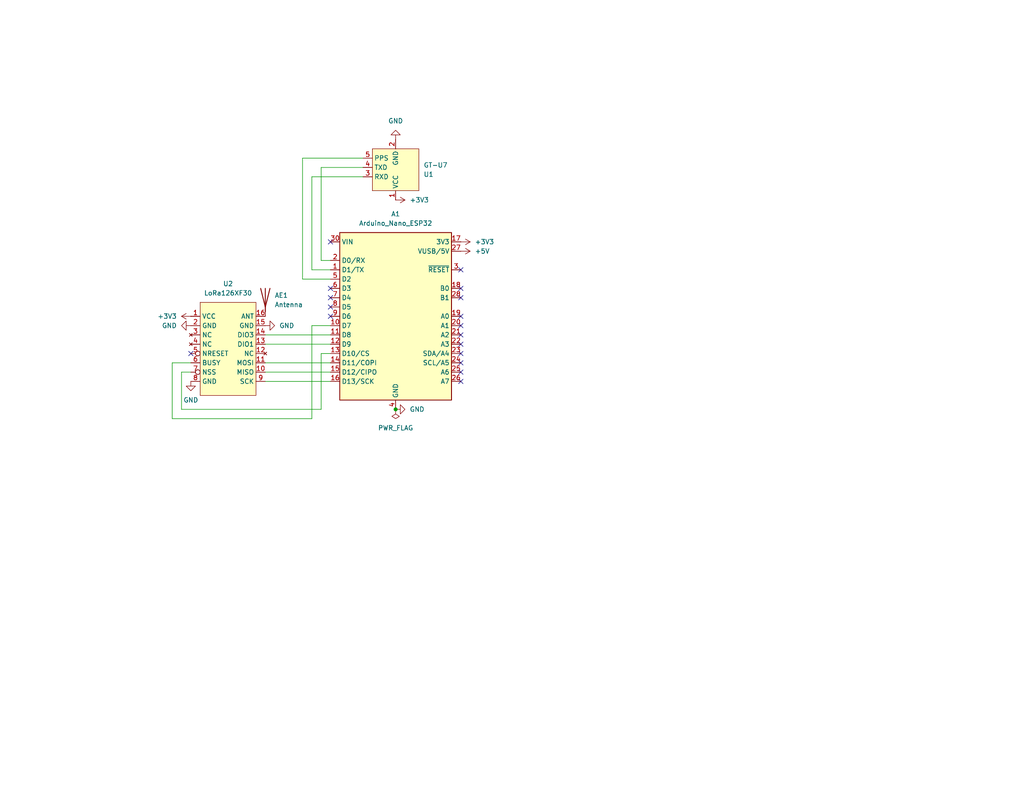
<source format=kicad_sch>
(kicad_sch (version 20231120) (generator "eeschema") (generator_version "8.0")
  (paper "USLetter")
  (title_block (title "Nano ESP32, NiceRF SX1262, GPS") (company "Sprocket Systems"))
  (lib_symbols
    (symbol "Device:Antenna" (pin_numbers hide) (pin_names (offset 1.016) hide)
      (property "Reference" "AE" (at -1.905 1.905 0))
      (property "Value" "Antenna" (at -1.905 0 0))
      (symbol "Antenna_0_1"
        (polyline (pts (xy 0 2.54) (xy 0 -3.81)) (stroke (width 0.254)))
        (polyline (pts (xy 1.27 2.54) (xy 0 -2.54) (xy -1.27 2.54)) (stroke (width 0.254)))
      )
      (symbol "Antenna_1_1"
        (pin input line (at 0 -5.08 90) (length 2.54) (name "A") (number "1"))
      )
    )
    (symbol "MCU_Module:Arduino_Nano_ESP32"
      (property "Reference" "A" (at -14.986 23.622 0))
      (property "Value" "Arduino_Nano_ESP32" (at 3.81 -25.654 0))
      (symbol "Arduino_Nano_ESP32_0_1"
        (rectangle (start -15.24 22.86) (end 15.24 -22.86) (stroke (width 0.254)) (fill (type background)))
      )
      (symbol "Arduino_Nano_ESP32_1_1"
        (pin bidirectional line (at -17.78 12.7 0) (length 2.54) (name "D1/TX") (number "1"))
        (pin bidirectional line (at -17.78 -2.54 0) (length 2.54) (name "D7") (number "10"))
        (pin bidirectional line (at -17.78 -5.08 0) (length 2.54) (name "D8") (number "11"))
        (pin bidirectional line (at -17.78 -7.62 0) (length 2.54) (name "D9") (number "12"))
        (pin bidirectional line (at -17.78 -10.16 0) (length 2.54) (name "D10/CS") (number "13"))
        (pin bidirectional line (at -17.78 -12.7 0) (length 2.54) (name "D11/COPI") (number "14"))
        (pin bidirectional line (at -17.78 -15.24 0) (length 2.54) (name "D12/CIPO") (number "15"))
        (pin bidirectional line (at -17.78 -17.78 0) (length 2.54) (name "D13/SCK") (number "16"))
        (pin power_out line (at 17.78 20.32 180) (length 2.54) (name "3V3") (number "17"))
        (pin bidirectional line (at 17.78 7.62 180) (length 2.54) (name "B0") (number "18"))
        (pin bidirectional line (at 17.78 0 180) (length 2.54) (name "A0") (number "19"))
        (pin bidirectional line (at -17.78 15.24 0) (length 2.54) (name "D0/RX") (number "2"))
        (pin bidirectional line (at 17.78 -2.54 180) (length 2.54) (name "A1") (number "20"))
        (pin bidirectional line (at 17.78 -5.08 180) (length 2.54) (name "A2") (number "21"))
        (pin bidirectional line (at 17.78 -7.62 180) (length 2.54) (name "A3") (number "22"))
        (pin bidirectional line (at 17.78 -10.16 180) (length 2.54) (name "SDA/A4") (number "23"))
        (pin bidirectional line (at 17.78 -12.7 180) (length 2.54) (name "SCL/A5") (number "24"))
        (pin bidirectional line (at 17.78 -15.24 180) (length 2.54) (name "A6") (number "25"))
        (pin bidirectional line (at 17.78 -17.78 180) (length 2.54) (name "A7") (number "26"))
        (pin power_out line (at 17.78 17.78 180) (length 2.54) (name "VUSB/5V") (number "27"))
        (pin bidirectional line (at 17.78 5.08 180) (length 2.54) (name "B1") (number "28"))
        (pin passive line (at 0 -25.4 90) (length 2.54) hide (name "GND") (number "29"))
        (pin input line (at 17.78 12.7 180) (length 2.54) (name "~{RESET}") (number "3"))
        (pin power_in line (at -17.78 20.32 0) (length 2.54) (name "VIN") (number "30"))
        (pin power_in line (at 0 -25.4 90) (length 2.54) (name "GND") (number "4"))
        (pin bidirectional line (at -17.78 10.16 0) (length 2.54) (name "D2") (number "5"))
        (pin bidirectional line (at -17.78 7.62 0) (length 2.54) (name "D3") (number "6"))
        (pin bidirectional line (at -17.78 5.08 0) (length 2.54) (name "D4") (number "7"))
        (pin bidirectional line (at -17.78 2.54 0) (length 2.54) (name "D5") (number "8"))
        (pin bidirectional line (at -17.78 0 0) (length 2.54) (name "D6") (number "9"))
      )
    )
    (symbol "Visor:GT-U7_GPS_Module"
      (property "Reference" "U" (at -5.588 -2.794 0))
      (property "Value" "GT-U7" (at 3.302 -2.794 0))
      (symbol "GT-U7_GPS_Module_1_1"
        (rectangle (start -6.35 -3.81) (end 6.35 -15.24) (fill (type background)))
        (pin power_in line (at 0 -1.27 270) (length 2.54) (name "VCC") (number "1"))
        (pin power_in line (at 0 -17.78 90) (length 2.54) (name "GND") (number "2"))
        (pin input line (at -8.89 -7.62 0) (length 2.54) (name "RXD") (number "3"))
        (pin output line (at -8.89 -10.16 0) (length 2.54) (name "TXD") (number "4"))
        (pin output line (at -8.89 -12.7 0) (length 2.54) (name "PPS") (number "5"))
      )
    )
    (symbol "Visor:LoRa126XF30"
      (property "Reference" "U" (at 0.254 27.178 0))
      (property "Value" "LoRa126XF30" (at 7.62 -1.524 0))
      (symbol "LoRa126XF30_1_1"
        (rectangle (start 0 25.4) (end 15.24 0) (fill (type background)))
        (pin power_in line (at -2.54 21.59 0) (length 2.54) (name "VCC") (number "1"))
        (pin output line (at 17.78 6.35 180) (length 2.54) (name "MISO") (number "10"))
        (pin input line (at 17.78 8.89 180) (length 2.54) (name "MOSI") (number "11"))
        (pin no_connect line (at 17.78 11.43 180) (length 2.54) (name "NC") (number "12"))
        (pin output line (at 17.78 13.97 180) (length 2.54) (name "DIO1") (number "13"))
        (pin output line (at 17.78 16.51 180) (length 2.54) (name "DIO3") (number "14"))
        (pin power_in line (at 17.78 19.05 180) (length 2.54) (name "GND") (number "15"))
        (pin passive line (at 17.78 21.59 180) (length 2.54) (name "ANT") (number "16"))
        (pin power_in line (at -2.54 19.05 0) (length 2.54) (name "GND") (number "2"))
        (pin no_connect line (at -2.54 16.51 0) (length 2.54) (name "NC") (number "3"))
        (pin no_connect line (at -2.54 13.97 0) (length 2.54) (name "NC") (number "4"))
        (pin input inverted (at -2.54 11.43 0) (length 2.54) (name "NRESET") (number "5"))
        (pin output line (at -2.54 8.89 0) (length 2.54) (name "BUSY") (number "6"))
        (pin input inverted (at -2.54 6.35 0) (length 2.54) (name "NSS") (number "7"))
        (pin power_in line (at -2.54 3.81 0) (length 2.54) (name "GND") (number "8"))
        (pin input line (at 17.78 3.81 180) (length 2.54) (name "SCK") (number "9"))
      )
    )
    (symbol "power:+3V3" (power) (pin_numbers hide) (pin_names (offset 0) hide)
      (property "Value" "+3V3" (at 0 3.556 0))
      (symbol "+3V3_0_1"
        (polyline (pts (xy -0.762 1.27) (xy 0 2.54)))
        (polyline (pts (xy 0 0) (xy 0 2.54)))
        (polyline (pts (xy 0 2.54) (xy 0.762 1.27)))
      )
      (symbol "+3V3_1_1"
        (pin power_in line (at 0 0 90) (length 0) (name "~") (number "1"))
      )
    )
    (symbol "power:+5V" (power) (pin_numbers hide) (pin_names (offset 0) hide)
      (property "Value" "+5V" (at 0 3.556 0))
      (symbol "+5V_0_1"
        (polyline (pts (xy -0.762 1.27) (xy 0 2.54)))
        (polyline (pts (xy 0 0) (xy 0 2.54)))
        (polyline (pts (xy 0 2.54) (xy 0.762 1.27)))
      )
      (symbol "+5V_1_1"
        (pin power_in line (at 0 0 90) (length 0) (name "~") (number "1"))
      )
    )
    (symbol "power:GND" (power) (pin_numbers hide) (pin_names (offset 0) hide)
      (property "Value" "GND" (at 0 -3.81 0))
      (symbol "GND_0_1"
        (polyline (pts (xy 0 0) (xy 0 -1.27) (xy 1.27 -1.27) (xy 0 -2.54) (xy -1.27 -1.27) (xy 0 -1.27)))
      )
      (symbol "GND_1_1"
        (pin power_in line (at 0 0 270) (length 0) (name "~") (number "1"))
      )
    )
    (symbol "power:PWR_FLAG" (power) (pin_numbers hide) (pin_names (offset 0) hide)
      (property "Value" "PWR_FLAG" (at 0 3.81 0))
      (symbol "PWR_FLAG_0_0"
        (pin power_out line (at 0 0 90) (length 0) (name "~") (number "1"))
      )
      (symbol "PWR_FLAG_0_1"
        (polyline (pts (xy 0 0) (xy 0 1.27) (xy -1.016 1.905) (xy 0 2.54) (xy 1.016 1.905) (xy 0 1.27)))
      )
    )
  )
  (junction (at 107.95 111.76))
  (no_connect (at 125.73 101.6))
  (no_connect (at 125.73 93.98))
  (no_connect (at 125.73 73.66))
  (no_connect (at 125.73 88.9))
  (no_connect (at 125.73 78.74))
  (no_connect (at 125.73 99.06))
  (no_connect (at 125.73 104.14))
  (no_connect (at 90.17 81.28))
  (no_connect (at 125.73 91.44))
  (no_connect (at 90.17 66.04))
  (no_connect (at 125.73 86.36))
  (no_connect (at 125.73 96.52))
  (no_connect (at 90.17 78.74))
  (no_connect (at 52.07 96.52))
  (no_connect (at 90.17 86.36))
  (no_connect (at 125.73 81.28))
  (no_connect (at 90.17 83.82))
  (wire (pts (xy 72.39 91.44) (xy 90.17 91.44)))
  (wire (pts (xy 90.17 71.12) (xy 87.63 71.12)))
  (wire (pts (xy 72.39 99.06) (xy 90.17 99.06)))
  (wire (pts (xy 49.53 101.6) (xy 49.53 111.76)))
  (wire (pts (xy 85.09 88.9) (xy 90.17 88.9)))
  (wire (pts (xy 46.99 99.06) (xy 46.99 114.3)))
  (wire (pts (xy 72.39 104.14) (xy 90.17 104.14)))
  (wire (pts (xy 49.53 111.76) (xy 87.63 111.76)))
  (wire (pts (xy 99.06 43.18) (xy 82.55 43.18)))
  (wire (pts (xy 72.39 101.6) (xy 90.17 101.6)))
  (wire (pts (xy 87.63 96.52) (xy 90.17 96.52)))
  (wire (pts (xy 85.09 48.26) (xy 99.06 48.26)))
  (wire (pts (xy 85.09 73.66) (xy 90.17 73.66)))
  (wire (pts (xy 85.09 73.66) (xy 85.09 48.26)))
  (wire (pts (xy 85.09 114.3) (xy 85.09 88.9)))
  (wire (pts (xy 82.55 43.18) (xy 82.55 76.2)))
  (wire (pts (xy 87.63 71.12) (xy 87.63 45.72)))
  (wire (pts (xy 87.63 45.72) (xy 99.06 45.72)))
  (wire (pts (xy 82.55 76.2) (xy 90.17 76.2)))
  (wire (pts (xy 46.99 99.06) (xy 52.07 99.06)))
  (wire (pts (xy 52.07 101.6) (xy 49.53 101.6)))
  (wire (pts (xy 46.99 114.3) (xy 85.09 114.3)))
  (wire (pts (xy 72.39 93.98) (xy 90.17 93.98)))
  (wire (pts (xy 87.63 111.76) (xy 87.63 96.52)))
  (symbol (lib_id "power:GND") (at 52.07 104.14 0) (unit 1)
    (property "Reference" "#PWR07" (effects (hide yes)))
    (property "Value" "GND" (at 52.07 109.22 0))
    (property "Description" "Power symbol creates a global label with name \"GND\" , ground" (effects (hide yes)))
  )
  (symbol (lib_id "power:GND") (at 72.39 88.9 90) (unit 1)
    (property "Reference" "#PWR09" (effects (hide yes)))
    (property "Value" "GND" (at 76.2 88.8999 90) (effects (justify right)))
    (property "Description" "Power symbol creates a global label with name \"GND\" , ground" (effects (hide yes)))
  )
  (symbol (lib_id "power:+3V3") (at 52.07 86.36 90) (unit 1)
    (property "Reference" "#PWR02" (effects (hide yes)))
    (property "Value" "+3V3" (at 48.26 86.3599 90) (effects (justify left)))
    (property "Description" "Power symbol creates a global label with name \"+3V3\"" (effects (hide yes)))
  )
  (symbol (lib_id "Device:Antenna") (at 72.39 81.28 0) (unit 1)
    (property "Reference" "AE1" (at 74.93 80.6449 0) (effects (justify left)))
    (property "Value" "Antenna" (at 74.93 83.1849 0) (effects (justify left)))
    (property "Description" "Antenna" (effects (hide yes)))
  )
  (symbol (lib_id "Visor:LoRa126XF30") (at 54.61 107.95 0) (unit 1)
    (property "Reference" "U2" (at 62.23 77.47 0))
    (property "Value" "LoRa126XF30" (at 62.23 80.01 0))
    (property "Datasheet" "https://www.nicerf.com/download_file?path=/public/upload/20241022/622304c936dcfdaabbf4a2bde19986a7.pdf&file_name=LoRa126XF30%202W%20High%20Power%20Wireless%20Transceiver%20Module%20V2.3" (effects (hide yes)))
  )
  (symbol (lib_id "power:+3V3") (at 125.73 66.04 270) (unit 1)
    (property "Reference" "#PWR04" (effects (hide yes)))
    (property "Value" "+3V3" (at 129.54 66.0399 90) (effects (justify left)))
    (property "Description" "Power symbol creates a global label with name \"+3V3\"" (effects (hide yes)))
  )
  (symbol (lib_id "power:+3V3") (at 107.95 54.61 270) (unit 1)
    (property "Reference" "#PWR03" (effects (hide yes)))
    (property "Value" "+3V3" (at 111.76 54.6099 90) (effects (justify left)))
    (property "Description" "Power symbol creates a global label with name \"+3V3\"" (effects (hide yes)))
  )
  (symbol (lib_id "power:GND") (at 107.95 38.1 180) (unit 1)
    (property "Reference" "#PWR06" (effects (hide yes)))
    (property "Value" "GND" (at 107.95 33.02 0))
    (property "Description" "Power symbol creates a global label with name \"GND\" , ground" (effects (hide yes)))
  )
  (symbol (lib_id "MCU_Module:Arduino_Nano_ESP32") (at 107.95 86.36 0) (unit 1)
    (property "Reference" "A1" (at 107.95 58.42 0))
    (property "Value" "Arduino_Nano_ESP32" (at 107.95 60.96 0))
    (property "Footprint" "Module:Arduino_Nano" (effects (hide yes)))
    (property "Datasheet" "https://docs.arduino.cc/resources/datasheets/ABX00083-datasheet.pdf" (effects (hide yes)))
    (property "Description" "Arduino Nano board based on the ESP32-S3 with a dual-core 240 MHz processor, 384 kB ROM, 512 kB SRAM. Operates at 3.3V, with 5V USB-C® input and 6-21V VIN. Features Wi-Fi®, Bluetooth® LE, digital and analog pins, and supports SPI, I2C, UART, I2S, and CAN." (effects (hide yes)))
  )
  (symbol (lib_id "power:+5V") (at 125.73 68.58 270) (unit 1)
    (property "Reference" "#PWR01" (effects (hide yes)))
    (property "Value" "+5V" (at 129.54 68.5799 90) (effects (justify left)))
    (property "Description" "Power symbol creates a global label with name \"+5V\"" (effects (hide yes)))
  )
  (symbol (lib_id "Visor:GT-U7_GPS_Module") (at 107.95 55.88 0) (mirror x) (unit 1)
    (property "Reference" "U1" (at 115.57 47.6251 0) (effects (justify left)))
    (property "Value" "GT-U7" (at 115.57 45.0851 0) (effects (justify left)))
    (property "Footprint" "GT-U7_GPS-Module:GT-U7_SMT" (effects (hide yes)))
    (property "Description" "GPS Module GT-U7 with NEO-6M" (effects (hide yes)))
  )
  (symbol (lib_id "power:GND") (at 52.07 88.9 270) (unit 1)
    (property "Reference" "#PWR08" (effects (hide yes)))
    (property "Value" "GND" (at 48.26 88.8999 90) (effects (justify right)))
    (property "Description" "Power symbol creates a global label with name \"GND\" , ground" (effects (hide yes)))
  )
  (symbol (lib_id "power:PWR_FLAG") (at 107.95 111.76 180) (unit 1)
    (property "Reference" "#FLG01" (effects (hide yes)))
    (property "Value" "PWR_FLAG" (at 107.95 116.84 0))
    (property "Description" "Special symbol for telling ERC where power comes from" (effects (hide yes)))
  )
  (symbol (lib_id "power:GND") (at 107.95 111.76 90) (unit 1)
    (property "Reference" "#PWR05" (effects (hide yes)))
    (property "Value" "GND" (at 111.76 111.7599 90) (effects (justify right)))
    (property "Description" "Power symbol creates a global label with name \"GND\" , ground" (effects (hide yes)))
  )
  (sheet (at 297.18 13.97) (size 284.48 184.15) (stroke (width 0.1524))
    (property "Sheetname" "Heltek_GPS_Accelerometer" (at 297.18 13.2584 0) (effects (justify left bottom)))
    (property "Sheetfile" "heltek_gps_accelerometer.kicad_sch" (at 297.18 198.7046 0) (effects (justify left top)))
  )
)
</source>
